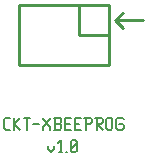
<source format=gbr>
G04 start of page 8 for group -4079 idx -4079 *
G04 Title: (unknown), topsilk *
G04 Creator: pcb 20140316 *
G04 CreationDate: Sun 30 Dec 2018 07:25:55 PM GMT UTC *
G04 For: railfan *
G04 Format: Gerber/RS-274X *
G04 PCB-Dimensions (mil): 970.00 890.00 *
G04 PCB-Coordinate-Origin: lower left *
%MOIN*%
%FSLAX25Y25*%
%LNTOPSILK*%
%ADD34C,0.0060*%
%ADD33C,0.0100*%
G54D33*X65500Y78500D02*X74693D01*
X65500D02*X67975Y76025D01*
Y80975D02*X65500Y78500D01*
G54D34*X29000Y42000D02*X30500D01*
X28500Y42500D02*X29000Y42000D01*
X28500Y45500D02*Y42500D01*
Y45500D02*X29000Y46000D01*
X30500D01*
X31700D02*Y42000D01*
Y44000D02*X33700Y46000D01*
X31700Y44000D02*X33700Y42000D01*
X34900Y46000D02*X36900D01*
X35900D02*Y42000D01*
X38100Y44000D02*X40100D01*
X41300Y46000D02*Y45500D01*
X43800Y43000D01*
Y42000D01*
X41300Y43000D02*Y42000D01*
Y43000D02*X43800Y45500D01*
Y46000D02*Y45500D01*
X45000Y42000D02*X47000D01*
X47500Y42500D01*
Y43500D02*Y42500D01*
X47000Y44000D02*X47500Y43500D01*
X45500Y44000D02*X47000D01*
X45500Y46000D02*Y42000D01*
X45000Y46000D02*X47000D01*
X47500Y45500D01*
Y44500D01*
X47000Y44000D02*X47500Y44500D01*
X48700Y44000D02*X50200D01*
X48700Y42000D02*X50700D01*
X48700Y46000D02*Y42000D01*
Y46000D02*X50700D01*
X51900Y44000D02*X53400D01*
X51900Y42000D02*X53900D01*
X51900Y46000D02*Y42000D01*
Y46000D02*X53900D01*
X55600D02*Y42000D01*
X55100Y46000D02*X57100D01*
X57600Y45500D01*
Y44500D01*
X57100Y44000D02*X57600Y44500D01*
X55600Y44000D02*X57100D01*
X58800Y46000D02*X60800D01*
X61300Y45500D01*
Y44500D01*
X60800Y44000D02*X61300Y44500D01*
X59300Y44000D02*X60800D01*
X59300Y46000D02*Y42000D01*
Y44000D02*X61300Y42000D01*
X62500Y45500D02*Y42500D01*
Y45500D02*X63000Y46000D01*
X64000D01*
X64500Y45500D01*
Y42500D01*
X64000Y42000D02*X64500Y42500D01*
X63000Y42000D02*X64000D01*
X62500Y42500D02*X63000Y42000D01*
X67700Y46000D02*X68200Y45500D01*
X66200Y46000D02*X67700D01*
X65700Y45500D02*X66200Y46000D01*
X65700Y45500D02*Y42500D01*
X66200Y42000D01*
X67700D01*
X68200Y42500D01*
Y43500D02*Y42500D01*
X67700Y44000D02*X68200Y43500D01*
X66700Y44000D02*X67700D01*
X43000Y36500D02*Y35500D01*
X44000Y34500D01*
X45000Y35500D01*
Y36500D02*Y35500D01*
X46700Y34500D02*X47700D01*
X47200Y38500D02*Y34500D01*
X46200Y37500D02*X47200Y38500D01*
X48900Y34500D02*X49400D01*
X50600Y35000D02*X51100Y34500D01*
X50600Y38000D02*Y35000D01*
Y38000D02*X51100Y38500D01*
X52100D01*
X52600Y38000D01*
Y35000D01*
X52100Y34500D02*X52600Y35000D01*
X51100Y34500D02*X52100D01*
X50600Y35500D02*X52600Y37500D01*
G54D33*X33500Y83500D02*X63500D01*
X33500D02*Y63500D01*
X63500D01*
Y83500D02*Y63500D01*
X53500Y83500D02*Y73500D01*
X63500D01*
M02*

</source>
